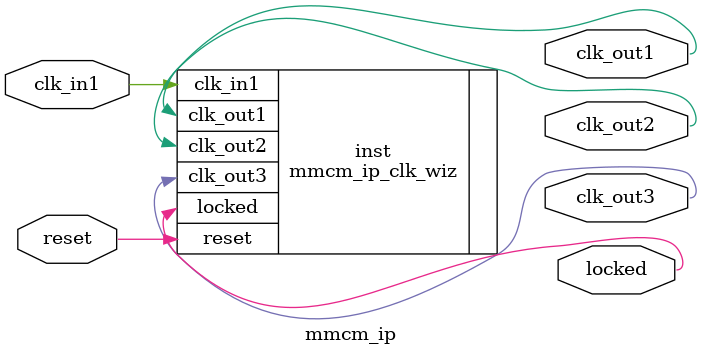
<source format=v>


`timescale 1ps/1ps

(* CORE_GENERATION_INFO = "mmcm_ip,clk_wiz_v6_0_11_0_0,{component_name=mmcm_ip,use_phase_alignment=true,use_min_o_jitter=false,use_max_i_jitter=false,use_dyn_phase_shift=false,use_inclk_switchover=false,use_dyn_reconfig=false,enable_axi=0,feedback_source=FDBK_AUTO,PRIMITIVE=MMCM,num_out_clk=3,clkin1_period=20.000,clkin2_period=10.0,use_power_down=false,use_reset=true,use_locked=true,use_inclk_stopped=false,feedback_type=SINGLE,CLOCK_MGR_TYPE=NA,manual_override=false}" *)

module mmcm_ip 
 (
  // Clock out ports
  output        clk_out1,
  output        clk_out2,
  output        clk_out3,
  // Status and control signals
  input         reset,
  output        locked,
 // Clock in ports
  input         clk_in1
 );

  mmcm_ip_clk_wiz inst
  (
  // Clock out ports  
  .clk_out1(clk_out1),
  .clk_out2(clk_out2),
  .clk_out3(clk_out3),
  // Status and control signals               
  .reset(reset), 
  .locked(locked),
 // Clock in ports
  .clk_in1(clk_in1)
  );

endmodule

</source>
